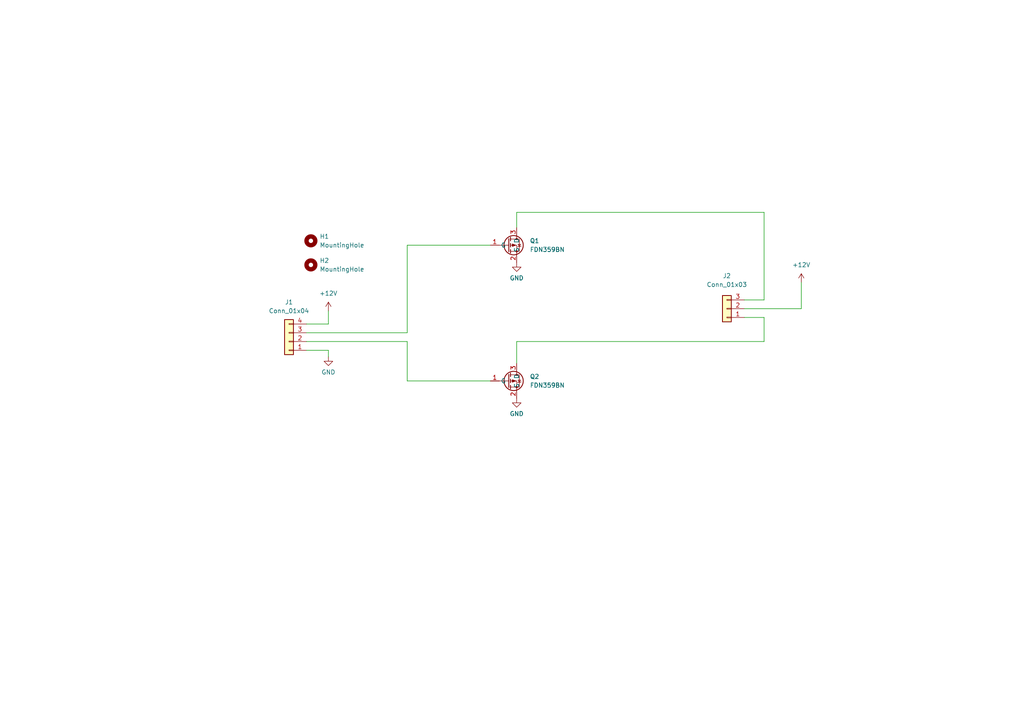
<source format=kicad_sch>
(kicad_sch (version 20211123) (generator eeschema)
  (paper "A4")
  (lib_symbols
    (symbol "Connector_Generic:Conn_01x03" (pin_names (offset 1.016) hide)
      (property "Reference" "J" (at 0 5.08 0))
      (property "Value" "Conn_01x03" (at 0 -5.08 0))
      (symbol "Conn_01x03_1_1"
        (rectangle (start -1.27 -2.413) (end 0 -2.667) (stroke (width 0.1524)))
        (rectangle (start -1.27 0.127) (end 0 -0.127) (stroke (width 0.1524)))
        (rectangle (start -1.27 2.667) (end 0 2.413) (stroke (width 0.1524)))
        (rectangle (start -1.27 3.81) (end 1.27 -3.81) (stroke (width 0.254)) (fill (type background)))
        (pin passive line (at -5.08 2.54 0) (length 3.81) (name "Pin_1") (number "1"))
        (pin passive line (at -5.08 0 0) (length 3.81) (name "Pin_2") (number "2"))
        (pin passive line (at -5.08 -2.54 0) (length 3.81) (name "Pin_3") (number "3"))
      )
    )
    (symbol "Connector_Generic:Conn_01x04" (pin_names (offset 1.016) hide)
      (property "Reference" "J" (at 0 5.08 0))
      (property "Value" "Conn_01x04" (at 0 -7.62 0))
      (symbol "Conn_01x04_1_1"
        (rectangle (start -1.27 -4.953) (end 0 -5.207) (stroke (width 0.1524)))
        (rectangle (start -1.27 -2.413) (end 0 -2.667) (stroke (width 0.1524)))
        (rectangle (start -1.27 0.127) (end 0 -0.127) (stroke (width 0.1524)))
        (rectangle (start -1.27 2.667) (end 0 2.413) (stroke (width 0.1524)))
        (rectangle (start -1.27 3.81) (end 1.27 -6.35) (stroke (width 0.254)) (fill (type background)))
        (pin passive line (at -5.08 2.54 0) (length 3.81) (name "Pin_1") (number "1"))
        (pin passive line (at -5.08 0 0) (length 3.81) (name "Pin_2") (number "2"))
        (pin passive line (at -5.08 -2.54 0) (length 3.81) (name "Pin_3") (number "3"))
        (pin passive line (at -5.08 -5.08 0) (length 3.81) (name "Pin_4") (number "4"))
      )
    )
    (symbol "Mechanical:MountingHole" (pin_names (offset 1.016))
      (property "Reference" "H" (at 0 5.08 0))
      (property "Value" "MountingHole" (at 0 3.175 0))
      (symbol "MountingHole_0_1"
        (circle (center 0 0) (radius 1.27) (stroke (width 1.27)))
      )
    )
    (symbol "SUFST:FDN359BN"
      (property "Reference" "Q" (at 0 0 0))
      (property "Value" "FDN359BN" (at 6.35 3.81 0))
      (symbol "FDN359BN_0_1"
        (circle (center -0.889 0) (radius 2.794) (stroke (width 0.254)))
        (circle (center 0 -1.778) (radius 0.254) (fill (type outline)))
        (polyline (pts (xy -2.286 0) (xy -5.08 0)))
        (polyline (pts (xy -2.286 1.905) (xy -2.286 -1.905)) (stroke (width 0.254)))
        (polyline (pts (xy -1.778 -1.27) (xy -1.778 -2.286)) (stroke (width 0.254)))
        (polyline (pts (xy -1.778 0.508) (xy -1.778 -0.508)) (stroke (width 0.254)))
        (polyline (pts (xy -1.778 2.286) (xy -1.778 1.27)) (stroke (width 0.254)))
        (polyline (pts (xy 0 2.54) (xy 0 1.778)))
        (polyline (pts (xy 0 -2.54) (xy 0 0) (xy -1.778 0)))
        (polyline (pts (xy -1.778 1.778) (xy 0.762 1.778) (xy 0.762 -1.778) (xy -1.778 -1.778)))
        (polyline (pts (xy -0.254 0) (xy -1.27 0.381) (xy -1.27 -0.381) (xy -0.254 0)) (fill (type outline)))
        (polyline (pts (xy 0.254 -0.508) (xy 0.381 -0.381) (xy 1.143 -0.381) (xy 1.27 -0.254)))
        (polyline (pts (xy 0.762 -0.381) (xy 0.381 0.254) (xy 1.143 0.254) (xy 0.762 -0.381)))
        (circle (center 0 1.778) (radius 0.254) (fill (type outline)))
      )
      (symbol "FDN359BN_1_1"
        (pin input line (at -7.62 0 0) (length 2.54) (name "G") (number "1"))
        (pin passive line (at 0 -5.08 90) (length 2.54) (name "S") (number "2"))
        (pin passive line (at 0 5.08 270) (length 2.54) (name "D") (number "3"))
      )
    )
    (symbol "power:+12V" (power) (pin_names (offset 0))
      (property "Value" "+12V" (at 0 3.556 0))
      (symbol "+12V_0_1"
        (polyline (pts (xy -0.762 1.27) (xy 0 2.54)))
        (polyline (pts (xy 0 0) (xy 0 2.54)))
        (polyline (pts (xy 0 2.54) (xy 0.762 1.27)))
      )
      (symbol "+12V_1_1"
        (pin power_in line (at 0 0 90) (length 0) hide (name "+12V") (number "1"))
      )
    )
    (symbol "power:GND" (power) (pin_names (offset 0))
      (property "Value" "GND" (at 0 -3.81 0))
      (symbol "GND_0_1"
        (polyline (pts (xy 0 0) (xy 0 -1.27) (xy 1.27 -1.27) (xy 0 -2.54) (xy -1.27 -1.27) (xy 0 -1.27)))
      )
      (symbol "GND_1_1"
        (pin power_in line (at 0 0 270) (length 0) hide (name "GND") (number "1"))
      )
    )
  )
  (wire (pts (xy 215.9 89.535) (xy 232.41 89.535)))
  (wire (pts (xy 88.9 96.52) (xy 118.11 96.52)))
  (wire (pts (xy 221.615 99.06) (xy 221.615 92.075)))
  (wire (pts (xy 232.41 89.535) (xy 232.41 81.915)))
  (wire (pts (xy 118.11 99.06) (xy 118.11 110.49)))
  (wire (pts (xy 118.11 71.12) (xy 142.24 71.12)))
  (wire (pts (xy 95.25 101.6) (xy 95.25 103.505)))
  (wire (pts (xy 149.86 66.04) (xy 149.86 61.595)))
  (wire (pts (xy 88.9 99.06) (xy 118.11 99.06)))
  (wire (pts (xy 118.11 110.49) (xy 142.24 110.49)))
  (wire (pts (xy 149.86 61.595) (xy 221.615 61.595)))
  (wire (pts (xy 88.9 93.98) (xy 95.25 93.98)))
  (wire (pts (xy 95.25 93.98) (xy 95.25 90.17)))
  (wire (pts (xy 221.615 61.595) (xy 221.615 86.995)))
  (wire (pts (xy 88.9 101.6) (xy 95.25 101.6)))
  (wire (pts (xy 149.86 99.06) (xy 221.615 99.06)))
  (wire (pts (xy 118.11 96.52) (xy 118.11 71.12)))
  (wire (pts (xy 221.615 92.075) (xy 215.9 92.075)))
  (wire (pts (xy 221.615 86.995) (xy 215.9 86.995)))
  (wire (pts (xy 149.86 105.41) (xy 149.86 99.06)))
  (symbol (lib_id "power:GND") (at 149.86 76.2 0) (unit 1)
    (property "Reference" "#PWR03" (effects hide))
    (property "Value" "GND" (at 149.86 80.645 0))
  )
  (symbol (lib_id "power:GND") (at 149.86 115.57 0) (unit 1)
    (property "Reference" "#PWR04" (effects hide))
    (property "Value" "GND" (at 149.86 120.015 0))
  )
  (symbol (lib_id "power:GND") (at 95.25 103.505 0) (unit 1)
    (property "Reference" "#PWR02" (effects hide))
    (property "Value" "GND" (at 95.25 107.95 0))
  )
  (symbol (lib_id "Connector_Generic:Conn_01x03") (at 210.82 89.535 180) (unit 1)
    (property "Reference" "J2" (at 210.82 80.01 0))
    (property "Value" "Conn_01x03" (at 210.82 82.55 0))
    (property "Footprint" "Connector_Molex:Molex_Micro-Fit_3.0_43650-0315_1x03_P3.00mm_Vertical" (effects hide))
  )
  (symbol (lib_id "Mechanical:MountingHole") (at 90.17 76.835 0) (unit 1)
    (property "Reference" "H2" (at 92.71 75.5649 0) (effects (justify left)))
    (property "Value" "MountingHole" (at 92.71 78.1049 0) (effects (justify left)))
    (property "Footprint" "MountingHole:MountingHole_3.2mm_M3" (effects hide))
  )
  (symbol (lib_id "power:+12V") (at 95.25 90.17 0) (unit 1)
    (property "Reference" "#PWR01" (effects hide))
    (property "Value" "+12V" (at 95.25 85.09 0))
  )
  (symbol (lib_id "SUFST:FDN359BN") (at 149.86 71.12 0) (unit 1)
    (property "Reference" "Q1" (at 153.67 69.8499 0) (effects (justify left)))
    (property "Value" "FDN359BN" (at 153.67 72.3899 0) (effects (justify left)))
    (property "Footprint" "Package_TO_SOT_SMD:SOT-23" (effects hide))
    (property "Datasheet" "https://www.mouser.co.uk/datasheet/2/308/1/FDN359BN_D-1808174.pdf" (effects hide))
  )
  (symbol (lib_id "power:+12V") (at 232.41 81.915 0) (unit 1)
    (property "Reference" "#PWR05" (effects hide))
    (property "Value" "+12V" (at 232.41 76.835 0))
  )
  (symbol (lib_id "Connector_Generic:Conn_01x04") (at 83.82 99.06 180) (unit 1)
    (property "Reference" "J1" (at 83.82 87.63 0))
    (property "Value" "Conn_01x04" (at 83.82 90.17 0))
    (property "Footprint" "Connector_Molex:Molex_Micro-Fit_3.0_43650-0415_1x04_P3.00mm_Vertical" (effects hide))
  )
  (symbol (lib_id "SUFST:FDN359BN") (at 149.86 110.49 0) (unit 1)
    (property "Reference" "Q2" (at 153.67 109.2199 0) (effects (justify left)))
    (property "Value" "FDN359BN" (at 153.67 111.7599 0) (effects (justify left)))
    (property "Footprint" "Package_TO_SOT_SMD:SOT-23" (effects hide))
    (property "Datasheet" "https://www.mouser.co.uk/datasheet/2/308/1/FDN359BN_D-1808174.pdf" (effects hide))
  )
  (symbol (lib_id "Mechanical:MountingHole") (at 90.17 69.85 0) (unit 1)
    (property "Reference" "H1" (at 92.71 68.5799 0) (effects (justify left)))
    (property "Value" "MountingHole" (at 92.71 71.1199 0) (effects (justify left)))
    (property "Footprint" "MountingHole:MountingHole_3.2mm_M3" (effects hide))
  )
)
</source>
